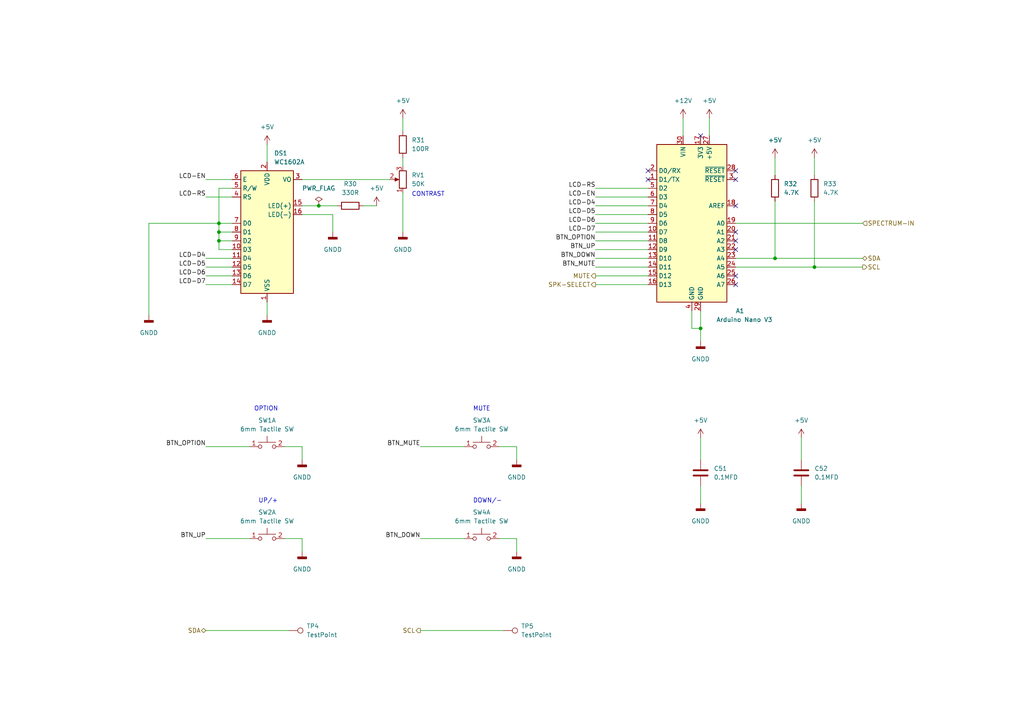
<source format=kicad_sch>
(kicad_sch (version 20211123) (generator eeschema)
  (paper "A4")
  (lib_symbols
    (symbol "Connector:TestPoint" (pin_numbers hide) (pin_names (offset 0.762) hide)
      (property "Reference" "TP" (at 0 6.858 0))
      (property "Value" "TestPoint" (at 0 5.08 0))
      (symbol "TestPoint_0_1"
        (circle (center 0 3.302) (radius 0.762))
      )
      (symbol "TestPoint_1_1"
        (pin passive line (at 0 0 90) (length 2.54) (name "1") (number "1"))
      )
    )
    (symbol "Device:C" (pin_numbers hide) (pin_names (offset 0.254))
      (property "Reference" "C" (at 0.635 2.54 0))
      (property "Value" "C" (at 0.635 -2.54 0))
      (symbol "C_0_1"
        (polyline (pts (xy -2.032 -0.762) (xy 2.032 -0.762)) (stroke (width 0.508)))
        (polyline (pts (xy -2.032 0.762) (xy 2.032 0.762)) (stroke (width 0.508)))
      )
      (symbol "C_1_1"
        (pin passive line (at 0 3.81 270) (length 2.794) (name "~") (number "1"))
        (pin passive line (at 0 -3.81 90) (length 2.794) (name "~") (number "2"))
      )
    )
    (symbol "Device:R" (pin_numbers hide) (pin_names (offset 0))
      (property "Reference" "R" (at 2.032 0 90))
      (property "Value" "R" (at 0 0 90))
      (symbol "R_0_1"
        (rectangle (start -1.016 -2.54) (end 1.016 2.54) (stroke (width 0.254)))
      )
      (symbol "R_1_1"
        (pin passive line (at 0 3.81 270) (length 1.27) (name "~") (number "1"))
        (pin passive line (at 0 -3.81 90) (length 1.27) (name "~") (number "2"))
      )
    )
    (symbol "Device:R_Potentiometer" (pin_names (offset 1.016) hide)
      (property "Reference" "RV" (at -4.445 0 90))
      (property "Value" "R_Potentiometer" (at -2.54 0 90))
      (symbol "R_Potentiometer_0_1"
        (polyline (pts (xy 2.54 0) (xy 1.524 0)))
        (polyline (pts (xy 1.143 0) (xy 2.286 0.508) (xy 2.286 -0.508) (xy 1.143 0)) (fill (type outline)))
        (rectangle (start 1.016 2.54) (end -1.016 -2.54) (stroke (width 0.254)))
      )
      (symbol "R_Potentiometer_1_1"
        (pin passive line (at 0 3.81 270) (length 1.27) (name "1") (number "1"))
        (pin passive line (at 3.81 0 180) (length 1.27) (name "2") (number "2"))
        (pin passive line (at 0 -3.81 90) (length 1.27) (name "3") (number "3"))
      )
    )
    (symbol "Display_Character:WC1602A"
      (property "Reference" "DS" (at -5.842 19.05 0))
      (property "Value" "WC1602A" (at 5.334 19.05 0))
      (symbol "WC1602A_1_1"
        (rectangle (start -7.62 17.78) (end 7.62 -17.78) (stroke (width 0.254)) (fill (type background)))
        (pin power_in line (at 0 -20.32 90) (length 2.54) (name "VSS") (number "1"))
        (pin input line (at -10.16 -5.08 0) (length 2.54) (name "D3") (number "10"))
        (pin input line (at -10.16 -7.62 0) (length 2.54) (name "D4") (number "11"))
        (pin input line (at -10.16 -10.16 0) (length 2.54) (name "D5") (number "12"))
        (pin input line (at -10.16 -12.7 0) (length 2.54) (name "D6") (number "13"))
        (pin input line (at -10.16 -15.24 0) (length 2.54) (name "D7") (number "14"))
        (pin power_in line (at 10.16 7.62 180) (length 2.54) (name "LED(+)") (number "15"))
        (pin power_in line (at 10.16 5.08 180) (length 2.54) (name "LED(-)") (number "16"))
        (pin power_in line (at 0 20.32 270) (length 2.54) (name "VDD") (number "2"))
        (pin input line (at 10.16 15.24 180) (length 2.54) (name "VO") (number "3"))
        (pin input line (at -10.16 10.16 0) (length 2.54) (name "RS") (number "4"))
        (pin input line (at -10.16 12.7 0) (length 2.54) (name "R/W") (number "5"))
        (pin input line (at -10.16 15.24 0) (length 2.54) (name "E") (number "6"))
        (pin input line (at -10.16 2.54 0) (length 2.54) (name "D0") (number "7"))
        (pin input line (at -10.16 0 0) (length 2.54) (name "D1") (number "8"))
        (pin input line (at -10.16 -2.54 0) (length 2.54) (name "D2") (number "9"))
      )
    )
    (symbol "MCU_Module:Arduino_Nano_v3.x"
      (property "Reference" "A" (at -10.16 23.495 0))
      (property "Value" "Arduino_Nano_v3.x" (at 5.08 -24.13 0))
      (symbol "Arduino_Nano_v3.x_0_1"
        (rectangle (start -10.16 22.86) (end 10.16 -22.86) (stroke (width 0.254)) (fill (type background)))
      )
      (symbol "Arduino_Nano_v3.x_1_1"
        (pin bidirectional line (at -12.7 12.7 0) (length 2.54) (name "D1/TX") (number "1"))
        (pin bidirectional line (at -12.7 -2.54 0) (length 2.54) (name "D7") (number "10"))
        (pin bidirectional line (at -12.7 -5.08 0) (length 2.54) (name "D8") (number "11"))
        (pin bidirectional line (at -12.7 -7.62 0) (length 2.54) (name "D9") (number "12"))
        (pin bidirectional line (at -12.7 -10.16 0) (length 2.54) (name "D10") (number "13"))
        (pin bidirectional line (at -12.7 -12.7 0) (length 2.54) (name "D11") (number "14"))
        (pin bidirectional line (at -12.7 -15.24 0) (length 2.54) (name "D12") (number "15"))
        (pin bidirectional line (at -12.7 -17.78 0) (length 2.54) (name "D13") (number "16"))
        (pin power_out line (at 2.54 25.4 270) (length 2.54) (name "3V3") (number "17"))
        (pin input line (at 12.7 5.08 180) (length 2.54) (name "AREF") (number "18"))
        (pin bidirectional line (at 12.7 0 180) (length 2.54) (name "A0") (number "19"))
        (pin bidirectional line (at -12.7 15.24 0) (length 2.54) (name "D0/RX") (number "2"))
        (pin bidirectional line (at 12.7 -2.54 180) (length 2.54) (name "A1") (number "20"))
        (pin bidirectional line (at 12.7 -5.08 180) (length 2.54) (name "A2") (number "21"))
        (pin bidirectional line (at 12.7 -7.62 180) (length 2.54) (name "A3") (number "22"))
        (pin bidirectional line (at 12.7 -10.16 180) (length 2.54) (name "A4") (number "23"))
        (pin bidirectional line (at 12.7 -12.7 180) (length 2.54) (name "A5") (number "24"))
        (pin bidirectional line (at 12.7 -15.24 180) (length 2.54) (name "A6") (number "25"))
        (pin bidirectional line (at 12.7 -17.78 180) (length 2.54) (name "A7") (number "26"))
        (pin power_out line (at 5.08 25.4 270) (length 2.54) (name "+5V") (number "27"))
        (pin input line (at 12.7 15.24 180) (length 2.54) (name "~{RESET}") (number "28"))
        (pin power_in line (at 2.54 -25.4 90) (length 2.54) (name "GND") (number "29"))
        (pin input line (at 12.7 12.7 180) (length 2.54) (name "~{RESET}") (number "3"))
        (pin power_in line (at -2.54 25.4 270) (length 2.54) (name "VIN") (number "30"))
        (pin power_in line (at 0 -25.4 90) (length 2.54) (name "GND") (number "4"))
        (pin bidirectional line (at -12.7 10.16 0) (length 2.54) (name "D2") (number "5"))
        (pin bidirectional line (at -12.7 7.62 0) (length 2.54) (name "D3") (number "6"))
        (pin bidirectional line (at -12.7 5.08 0) (length 2.54) (name "D4") (number "7"))
        (pin bidirectional line (at -12.7 2.54 0) (length 2.54) (name "D5") (number "8"))
        (pin bidirectional line (at -12.7 0 0) (length 2.54) (name "D6") (number "9"))
      )
    )
    (symbol "Switch:SW_Push_Dual_x2" (pin_names (offset 1.016) hide)
      (property "Reference" "SW" (at 1.27 2.54 0))
      (property "Value" "SW_Push_Dual_x2" (at 0 -1.524 0))
      (symbol "SW_Push_Dual_x2_0_1"
        (circle (center -2.032 0) (radius 0.508))
        (polyline (pts (xy 0 1.27) (xy 0 3.048)))
        (polyline (pts (xy 2.54 1.27) (xy -2.54 1.27)))
        (circle (center 2.032 0) (radius 0.508))
      )
      (symbol "SW_Push_Dual_x2_1_1"
        (pin passive line (at -5.08 0 0) (length 2.54) (name "C") (number "1"))
        (pin passive line (at 5.08 0 180) (length 2.54) (name "D") (number "2"))
      )
      (symbol "SW_Push_Dual_x2_2_1"
        (pin passive line (at -5.08 0 0) (length 2.54) (name "C") (number "3"))
        (pin passive line (at 5.08 0 180) (length 2.54) (name "D") (number "4"))
      )
    )
    (symbol "power:+12V" (power) (pin_names (offset 0))
      (property "Value" "+12V" (at 0 3.556 0))
      (symbol "+12V_0_1"
        (polyline (pts (xy -0.762 1.27) (xy 0 2.54)))
        (polyline (pts (xy 0 0) (xy 0 2.54)))
        (polyline (pts (xy 0 2.54) (xy 0.762 1.27)))
      )
      (symbol "+12V_1_1"
        (pin power_in line (at 0 0 90) (length 0) hide (name "+12V") (number "1"))
      )
    )
    (symbol "power:+5V" (power) (pin_names (offset 0))
      (property "Value" "+5V" (at 0 3.556 0))
      (symbol "+5V_0_1"
        (polyline (pts (xy -0.762 1.27) (xy 0 2.54)))
        (polyline (pts (xy 0 0) (xy 0 2.54)))
        (polyline (pts (xy 0 2.54) (xy 0.762 1.27)))
      )
      (symbol "+5V_1_1"
        (pin power_in line (at 0 0 90) (length 0) hide (name "+5V") (number "1"))
      )
    )
    (symbol "power:GNDD" (power) (pin_names (offset 0))
      (property "Value" "GNDD" (at 0 -3.175 0))
      (symbol "GNDD_0_1"
        (rectangle (start -1.27 -1.524) (end 1.27 -2.032) (stroke (width 0.254)) (fill (type outline)))
        (polyline (pts (xy 0 0) (xy 0 -1.524)))
      )
      (symbol "GNDD_1_1"
        (pin power_in line (at 0 0 270) (length 0) hide (name "GNDD") (number "1"))
      )
    )
    (symbol "power:PWR_FLAG" (power) (pin_numbers hide) (pin_names (offset 0) hide)
      (property "Value" "PWR_FLAG" (at 0 3.81 0))
      (symbol "PWR_FLAG_0_0"
        (pin power_out line (at 0 0 90) (length 0) (name "pwr") (number "1"))
      )
      (symbol "PWR_FLAG_0_1"
        (polyline (pts (xy 0 0) (xy 0 1.27) (xy -1.016 1.905) (xy 0 2.54) (xy 1.016 1.905) (xy 0 1.27)))
      )
    )
  )
  (junction (at 236.22 77.47))
  (junction (at 63.5 67.31))
  (junction (at 63.5 69.85))
  (junction (at 63.5 64.77))
  (junction (at 92.456 59.69))
  (junction (at 203.2 95.25))
  (junction (at 224.79 74.93))
  (no_connect (at 187.96 49.53))
  (no_connect (at 187.96 52.07))
  (no_connect (at 213.36 80.01))
  (no_connect (at 213.36 59.69))
  (no_connect (at 203.2 39.37))
  (no_connect (at 213.36 82.55))
  (no_connect (at 213.36 49.53))
  (no_connect (at 213.36 69.85))
  (no_connect (at 213.36 52.07))
  (no_connect (at 213.36 67.31))
  (no_connect (at 213.36 72.39))
  (wire (pts (xy 203.2 90.17) (xy 203.2 95.25)))
  (wire (pts (xy 43.18 91.44) (xy 43.18 64.77)))
  (wire (pts (xy 200.66 95.25) (xy 203.2 95.25)))
  (wire (pts (xy 213.36 64.77) (xy 250.19 64.77)))
  (wire (pts (xy 224.79 74.93) (xy 250.19 74.93)))
  (wire (pts (xy 96.52 62.23) (xy 96.52 67.31)))
  (wire (pts (xy 59.69 182.88) (xy 83.82 182.88)))
  (wire (pts (xy 63.5 69.85) (xy 67.31 69.85)))
  (wire (pts (xy 63.5 67.31) (xy 63.5 64.77)))
  (wire (pts (xy 172.72 64.77) (xy 187.96 64.77)))
  (wire (pts (xy 236.22 45.72) (xy 236.22 50.8)))
  (wire (pts (xy 82.55 129.54) (xy 87.63 129.54)))
  (wire (pts (xy 203.2 140.97) (xy 203.2 146.05)))
  (wire (pts (xy 200.66 90.17) (xy 200.66 95.25)))
  (wire (pts (xy 224.79 58.42) (xy 224.79 74.93)))
  (wire (pts (xy 116.84 55.88) (xy 116.84 67.31)))
  (wire (pts (xy 63.5 64.77) (xy 63.5 54.61)))
  (wire (pts (xy 116.84 45.72) (xy 116.84 48.26)))
  (wire (pts (xy 59.69 156.21) (xy 72.39 156.21)))
  (wire (pts (xy 172.72 69.85) (xy 187.96 69.85)))
  (wire (pts (xy 232.41 140.97) (xy 232.41 146.05)))
  (wire (pts (xy 87.63 62.23) (xy 96.52 62.23)))
  (wire (pts (xy 59.69 129.54) (xy 72.39 129.54)))
  (wire (pts (xy 236.22 58.42) (xy 236.22 77.47)))
  (wire (pts (xy 105.41 59.69) (xy 109.22 59.69)))
  (wire (pts (xy 82.55 156.21) (xy 87.63 156.21)))
  (wire (pts (xy 172.72 54.61) (xy 187.96 54.61)))
  (wire (pts (xy 77.47 87.63) (xy 77.47 91.44)))
  (wire (pts (xy 144.78 156.21) (xy 149.86 156.21)))
  (wire (pts (xy 172.72 77.47) (xy 187.96 77.47)))
  (wire (pts (xy 121.92 156.21) (xy 134.62 156.21)))
  (wire (pts (xy 59.69 82.55) (xy 67.31 82.55)))
  (wire (pts (xy 172.72 59.69) (xy 187.96 59.69)))
  (wire (pts (xy 203.2 95.25) (xy 203.2 99.06)))
  (wire (pts (xy 59.69 57.15) (xy 67.31 57.15)))
  (wire (pts (xy 59.69 77.47) (xy 67.31 77.47)))
  (wire (pts (xy 63.5 64.77) (xy 67.31 64.77)))
  (wire (pts (xy 224.79 45.72) (xy 224.79 50.8)))
  (wire (pts (xy 121.92 182.88) (xy 146.05 182.88)))
  (wire (pts (xy 87.63 156.21) (xy 87.63 160.02)))
  (wire (pts (xy 172.72 67.31) (xy 187.96 67.31)))
  (wire (pts (xy 63.5 54.61) (xy 67.31 54.61)))
  (wire (pts (xy 63.5 72.39) (xy 63.5 69.85)))
  (wire (pts (xy 172.72 82.55) (xy 187.96 82.55)))
  (wire (pts (xy 172.72 74.93) (xy 187.96 74.93)))
  (wire (pts (xy 149.86 156.21) (xy 149.86 160.02)))
  (wire (pts (xy 149.86 129.54) (xy 149.86 133.35)))
  (wire (pts (xy 172.72 62.23) (xy 187.96 62.23)))
  (wire (pts (xy 63.5 69.85) (xy 63.5 67.31)))
  (wire (pts (xy 172.72 57.15) (xy 187.96 57.15)))
  (wire (pts (xy 203.2 127) (xy 203.2 133.35)))
  (wire (pts (xy 87.63 52.07) (xy 113.03 52.07)))
  (wire (pts (xy 121.92 129.54) (xy 134.62 129.54)))
  (wire (pts (xy 213.36 74.93) (xy 224.79 74.93)))
  (wire (pts (xy 116.84 34.29) (xy 116.84 38.1)))
  (wire (pts (xy 87.63 129.54) (xy 87.63 133.35)))
  (wire (pts (xy 198.12 34.29) (xy 198.12 39.37)))
  (wire (pts (xy 77.47 41.91) (xy 77.47 46.99)))
  (wire (pts (xy 172.72 80.01) (xy 187.96 80.01)))
  (wire (pts (xy 205.74 34.29) (xy 205.74 39.37)))
  (wire (pts (xy 67.31 72.39) (xy 63.5 72.39)))
  (wire (pts (xy 213.36 77.47) (xy 236.22 77.47)))
  (wire (pts (xy 59.69 80.01) (xy 67.31 80.01)))
  (wire (pts (xy 144.78 129.54) (xy 149.86 129.54)))
  (wire (pts (xy 63.5 67.31) (xy 67.31 67.31)))
  (wire (pts (xy 87.63 59.69) (xy 92.456 59.69)))
  (wire (pts (xy 43.18 64.77) (xy 63.5 64.77)))
  (wire (pts (xy 232.41 127) (xy 232.41 133.35)))
  (wire (pts (xy 59.69 52.07) (xy 67.31 52.07)))
  (wire (pts (xy 59.69 74.93) (xy 67.31 74.93)))
  (wire (pts (xy 172.72 72.39) (xy 187.96 72.39)))
  (wire (pts (xy 92.456 59.69) (xy 97.79 59.69)))
  (wire (pts (xy 236.22 77.47) (xy 250.19 77.47)))
  (text "OPTION" (at 73.66 119.38 0) (effects (font (size 1.27 1.27)) (justify left bottom)))
  (text "CONTRAST" (at 119.38 57.15 0) (effects (font (size 1.27 1.27)) (justify left bottom)))
  (text "MUTE" (at 137.16 119.38 0) (effects (font (size 1.27 1.27)) (justify left bottom)))
  (text "UP/+" (at 74.93 146.05 0) (effects (font (size 1.27 1.27)) (justify left bottom)))
  (text "DOWN/-" (at 137.16 146.05 0) (effects (font (size 1.27 1.27)) (justify left bottom)))
  (label "BTN_DOWN" (at 172.72 74.93 180))
  (label "LCD-RS" (at 59.69 57.15 180))
  (label "LCD-D5" (at 172.72 62.23 180))
  (label "BTN_UP" (at 172.72 72.39 180))
  (label "BTN_OPTION" (at 172.72 69.85 180))
  (label "LCD-D6" (at 59.69 80.01 180))
  (label "LCD-EN" (at 59.69 52.07 180))
  (label "LCD-D4" (at 172.72 59.69 180))
  (label "BTN_MUTE" (at 172.72 77.47 180))
  (label "LCD-D4" (at 59.69 74.93 180))
  (label "BTN_MUTE" (at 121.92 129.54 180))
  (label "LCD-RS" (at 172.72 54.61 180))
  (label "BTN_UP" (at 59.69 156.21 180))
  (label "BTN_OPTION" (at 59.69 129.54 180))
  (label "LCD-D5" (at 59.69 77.47 180))
  (label "LCD-EN" (at 172.72 57.15 180))
  (label "LCD-D7" (at 59.69 82.55 180))
  (label "LCD-D6" (at 172.72 64.77 180))
  (label "BTN_DOWN" (at 121.92 156.21 180))
  (label "LCD-D7" (at 172.72 67.31 180))
  (hierarchical_label "SDA" (shape bidirectional) (at 250.19 74.93 0))
  (hierarchical_label "SPK-SELECT" (shape output) (at 172.72 82.55 180))
  (hierarchical_label "SPECTRUM-IN" (shape input) (at 250.19 64.77 0))
  (hierarchical_label "SCL" (shape output) (at 121.92 182.88 180))
  (hierarchical_label "SDA" (shape bidirectional) (at 59.69 182.88 180))
  (hierarchical_label "SCL" (shape output) (at 250.19 77.47 0))
  (hierarchical_label "MUTE" (shape output) (at 172.72 80.01 180))
  (symbol (lib_id "Connector:TestPoint") (at 146.05 182.88 270) (unit 1)
    (property "Reference" "TP5" (at 151.13 181.6099 90) (effects (justify left)))
    (property "Value" "TestPoint" (at 151.13 184.1499 90) (effects (justify left)))
    (property "Footprint" "TestPoint:TestPoint_Pad_D1.0mm" (effects hide))
  )
  (symbol (lib_id "power:GNDD") (at 116.84 67.31 0) (unit 1)
    (property "Reference" "#PWR0211" (effects hide))
    (property "Value" "GNDD" (at 116.84 72.39 0))
  )
  (symbol (lib_id "power:+5V") (at 203.2 127 0) (unit 1)
    (property "Reference" "#PWR0201" (effects hide))
    (property "Value" "+5V" (at 203.2 121.92 0))
  )
  (symbol (lib_id "Device:R") (at 116.84 41.91 0) (unit 1)
    (property "Reference" "R31" (at 119.38 40.6399 0) (effects (justify left)))
    (property "Value" "100R" (at 119.38 43.1799 0) (effects (justify left)))
    (property "Footprint" "Resistor_SMD:R_0805_2012Metric_Pad1.20x1.40mm_HandSolder" (effects hide))
  )
  (symbol (lib_id "Device:C") (at 232.41 137.16 0) (unit 1)
    (property "Reference" "C52" (at 236.22 135.8899 0) (effects (justify left)))
    (property "Value" "0.1MFD" (at 236.22 138.4299 0) (effects (justify left)))
    (property "Footprint" "Capacitor_SMD:C_0805_2012Metric_Pad1.18x1.45mm_HandSolder" (effects hide))
  )
  (symbol (lib_id "power:GNDD") (at 96.52 67.31 0) (unit 1)
    (property "Reference" "#PWR0204" (effects hide))
    (property "Value" "GNDD" (at 96.52 72.39 0))
  )
  (symbol (lib_id "Display_Character:WC1602A") (at 77.47 67.31 0) (unit 1)
    (property "Reference" "DS1" (at 79.4894 44.45 0) (effects (justify left)))
    (property "Value" "WC1602A" (at 79.4894 46.99 0) (effects (justify left)))
    (property "Footprint" "Display:WC1602A" (effects hide))
    (property "Datasheet" "http://www.wincomlcd.com/pdf/WC1602A-SFYLYHTC06.pdf" (effects hide))
  )
  (symbol (lib_id "power:GNDD") (at 203.2 99.06 0) (unit 1)
    (property "Reference" "#PWR0197" (effects hide))
    (property "Value" "GNDD" (at 203.2 104.14 0))
  )
  (symbol (lib_id "Switch:SW_Push_Dual_x2") (at 139.7 156.21 0) (unit 1)
    (property "Reference" "SW4" (at 139.7 148.59 0))
    (property "Value" "6mm Tactile SW" (at 139.7 151.13 0))
    (property "Footprint" "Button_Switch_THT:SW_PUSH_6mm" (effects hide))
  )
  (symbol (lib_id "power:+5V") (at 77.47 41.91 0) (unit 1)
    (property "Reference" "#PWR0208" (effects hide))
    (property "Value" "+5V" (at 77.47 36.83 0))
  )
  (symbol (lib_id "power:+5V") (at 224.79 45.72 0) (unit 1)
    (property "Reference" "#PWR0194" (effects hide))
    (property "Value" "+5V" (at 224.79 40.64 0))
  )
  (symbol (lib_id "power:GNDD") (at 149.86 160.02 0) (unit 1)
    (property "Reference" "#PWR0202" (effects hide))
    (property "Value" "GNDD" (at 149.86 165.1 0))
  )
  (symbol (lib_id "Switch:SW_Push_Dual_x2") (at 77.47 156.21 0) (unit 1)
    (property "Reference" "SW2" (at 77.47 148.59 0))
    (property "Value" "6mm Tactile SW" (at 77.47 151.13 0))
    (property "Footprint" "Button_Switch_THT:SW_PUSH_6mm" (effects hide))
  )
  (symbol (lib_id "power:+5V") (at 232.41 127 0) (unit 1)
    (property "Reference" "#PWR0198" (effects hide))
    (property "Value" "+5V" (at 232.41 121.92 0))
  )
  (symbol (lib_id "power:GNDD") (at 232.41 146.05 0) (unit 1)
    (property "Reference" "#PWR0199" (effects hide))
    (property "Value" "GNDD" (at 232.41 151.13 0))
  )
  (symbol (lib_id "Switch:SW_Push_Dual_x2") (at 77.47 129.54 0) (unit 1)
    (property "Reference" "SW1" (at 77.47 121.92 0))
    (property "Value" "6mm Tactile SW" (at 77.47 124.46 0))
    (property "Footprint" "Button_Switch_THT:SW_PUSH_6mm" (effects hide))
  )
  (symbol (lib_id "power:+5V") (at 109.22 59.69 0) (unit 1)
    (property "Reference" "#PWR0205" (effects hide))
    (property "Value" "+5V" (at 109.22 54.61 0))
  )
  (symbol (lib_id "power:PWR_FLAG") (at 92.456 59.69 0) (unit 1)
    (property "Reference" "#FLG0106" (effects hide))
    (property "Value" "PWR_FLAG" (at 92.456 54.61 0))
  )
  (symbol (lib_id "power:+5V") (at 236.22 45.72 0) (unit 1)
    (property "Reference" "#PWR0193" (effects hide))
    (property "Value" "+5V" (at 236.22 40.64 0))
  )
  (symbol (lib_id "power:GNDD") (at 149.86 133.35 0) (unit 1)
    (property "Reference" "#PWR0203" (effects hide))
    (property "Value" "GNDD" (at 149.86 138.43 0))
  )
  (symbol (lib_id "Switch:SW_Push_Dual_x2") (at 139.7 129.54 0) (unit 1)
    (property "Reference" "SW3" (at 139.7 121.92 0))
    (property "Value" "6mm Tactile SW" (at 139.7 124.46 0))
    (property "Footprint" "Button_Switch_THT:SW_PUSH_6mm" (effects hide))
  )
  (symbol (lib_id "power:GNDD") (at 203.2 146.05 0) (unit 1)
    (property "Reference" "#PWR0200" (effects hide))
    (property "Value" "GNDD" (at 203.2 151.13 0))
  )
  (symbol (lib_id "Connector:TestPoint") (at 83.82 182.88 270) (unit 1)
    (property "Reference" "TP4" (at 88.9 181.6099 90) (effects (justify left)))
    (property "Value" "TestPoint" (at 88.9 184.1499 90) (effects (justify left)))
    (property "Footprint" "TestPoint:TestPoint_Pad_D1.0mm" (effects hide))
  )
  (symbol (lib_id "MCU_Module:Arduino_Nano_v3.x") (at 200.66 64.77 0) (unit 1)
    (property "Reference" "A1" (at 213.36 90.17 0) (effects (justify left)))
    (property "Value" "Arduino Nano V3" (at 207.7594 92.71 0) (effects (justify left)))
    (property "Footprint" "Module:Arduino_Nano" (effects hide))
    (property "Datasheet" "http://www.mouser.com/pdfdocs/Gravitech_Arduino_Nano3_0.pdf" (effects hide))
  )
  (symbol (lib_id "Device:R") (at 101.6 59.69 270) (unit 1)
    (property "Reference" "R30" (at 101.6 53.34 90))
    (property "Value" "330R" (at 101.6 55.88 90))
    (property "Footprint" "Resistor_SMD:R_0805_2012Metric_Pad1.20x1.40mm_HandSolder" (effects hide))
  )
  (symbol (lib_id "Device:R_Potentiometer") (at 116.84 52.07 180) (unit 1)
    (property "Reference" "RV1" (at 119.38 50.7999 0) (effects (justify right)))
    (property "Value" "50K" (at 119.38 53.3399 0) (effects (justify right)))
    (property "Footprint" "Potentiometer_SMD:Potentiometer_Bourns_TC33X_Vertical" (effects hide))
  )
  (symbol (lib_id "power:+5V") (at 205.74 34.29 0) (unit 1)
    (property "Reference" "#PWR0195" (effects hide))
    (property "Value" "+5V" (at 205.74 29.21 0))
  )
  (symbol (lib_id "Device:R") (at 224.79 54.61 0) (unit 1)
    (property "Reference" "R32" (at 227.33 53.3399 0) (effects (justify left)))
    (property "Value" "4.7K" (at 227.33 55.8799 0) (effects (justify left)))
    (property "Footprint" "Resistor_SMD:R_0805_2012Metric_Pad1.20x1.40mm_HandSolder" (effects hide))
  )
  (symbol (lib_id "power:GNDD") (at 87.63 160.02 0) (unit 1)
    (property "Reference" "#PWR0206" (effects hide))
    (property "Value" "GNDD" (at 87.63 165.1 0))
  )
  (symbol (lib_id "Device:C") (at 203.2 137.16 0) (unit 1)
    (property "Reference" "C51" (at 207.01 135.8899 0) (effects (justify left)))
    (property "Value" "0.1MFD" (at 207.01 138.4299 0) (effects (justify left)))
    (property "Footprint" "Capacitor_SMD:C_0805_2012Metric_Pad1.18x1.45mm_HandSolder" (effects hide))
  )
  (symbol (lib_id "power:+12V") (at 198.12 34.29 0) (unit 1)
    (property "Reference" "#PWR0196" (effects hide))
    (property "Value" "+12V" (at 198.12 29.21 0))
  )
  (symbol (lib_id "power:+5V") (at 116.84 34.29 0) (unit 1)
    (property "Reference" "#PWR0212" (effects hide))
    (property "Value" "+5V" (at 116.84 29.21 0))
  )
  (symbol (lib_id "power:GNDD") (at 87.63 133.35 0) (unit 1)
    (property "Reference" "#PWR0207" (effects hide))
    (property "Value" "GNDD" (at 87.63 138.43 0))
  )
  (symbol (lib_id "power:GNDD") (at 43.18 91.44 0) (unit 1)
    (property "Reference" "#PWR0210" (effects hide))
    (property "Value" "GNDD" (at 43.18 96.52 0))
  )
  (symbol (lib_id "Device:R") (at 236.22 54.61 0) (unit 1)
    (property "Reference" "R33" (at 238.76 53.3399 0) (effects (justify left)))
    (property "Value" "4.7K" (at 238.76 55.8799 0) (effects (justify left)))
    (property "Footprint" "Resistor_SMD:R_0805_2012Metric_Pad1.20x1.40mm_HandSolder" (effects hide))
  )
  (symbol (lib_id "power:GNDD") (at 77.47 91.44 0) (unit 1)
    (property "Reference" "#PWR0209" (effects hide))
    (property "Value" "GNDD" (at 77.47 96.52 0))
  )
)
</source>
